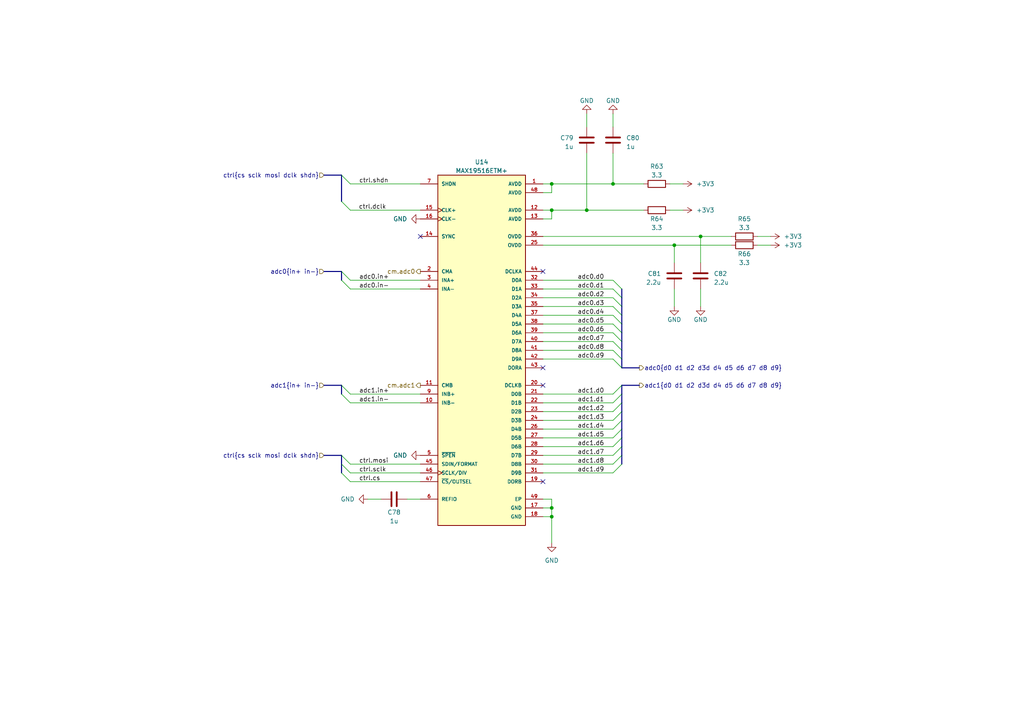
<source format=kicad_sch>
(kicad_sch (version 20221004) (generator eeschema)
  (paper "A4")
  (title_block (title "sin(π)") (date "2022-11-23") (rev "draft 0") (company "Porucha"))
  (lib_symbols
    (symbol "0000:MAX19516ETM+" (pin_names (offset 1.016))
      (property "Reference" "U" (at -12.7 55.88 0))
      (property "Value" "MAX19516ETM+" (at -12.7 53.34 0))
      (symbol "MAX19516ETM+_0_0"
        (rectangle (start -12.7 50.8) (end 12.7 -50.8) (stroke (width 0.254)) (fill (type background)))
        (pin power_in line (at 17.78 48.26 180) (length 5.08) (name "AVDD") (number "1"))
        (pin input line (at -17.78 -15.24 0) (length 5.08) (name "INB-") (number "10"))
        (pin output line (at -17.78 -10.16 0) (length 5.08) (name "CMB") (number "11"))
        (pin power_in line (at 17.78 40.64 180) (length 5.08) (name "AVDD") (number "12"))
        (pin power_in line (at 17.78 38.1 180) (length 5.08) (name "AVDD") (number "13"))
        (pin input line (at -17.78 33.02 0) (length 5.08) (name "SYNC") (number "14"))
        (pin input clock (at -17.78 40.64 0) (length 5.08) (name "CLK+") (number "15"))
        (pin input clock (at -17.78 38.1 0) (length 5.08) (name "CLK-") (number "16"))
        (pin power_in line (at 17.78 -45.72 180) (length 5.08) (name "GND") (number "17"))
        (pin power_in line (at 17.78 -48.26 180) (length 5.08) (name "GND") (number "18"))
        (pin output line (at 17.78 -38.1 180) (length 5.08) (name "DORB") (number "19"))
        (pin output line (at -17.78 22.86 0) (length 5.08) (name "CMA") (number "2"))
        (pin output line (at 17.78 -10.16 180) (length 5.08) (name "DCLKB") (number "20"))
        (pin output line (at 17.78 -12.7 180) (length 5.08) (name "D0B") (number "21"))
        (pin output line (at 17.78 -15.24 180) (length 5.08) (name "D1B") (number "22"))
        (pin output line (at 17.78 -17.78 180) (length 5.08) (name "D2B") (number "23"))
        (pin output line (at 17.78 -20.32 180) (length 5.08) (name "D3B") (number "24"))
        (pin power_in line (at 17.78 30.48 180) (length 5.08) (name "OVDD") (number "25"))
        (pin output line (at 17.78 -22.86 180) (length 5.08) (name "D4B") (number "26"))
        (pin output line (at 17.78 -25.4 180) (length 5.08) (name "D5B") (number "27"))
        (pin output line (at 17.78 -27.94 180) (length 5.08) (name "D6B") (number "28"))
        (pin output line (at 17.78 -30.48 180) (length 5.08) (name "D7B") (number "29"))
        (pin input line (at -17.78 20.32 0) (length 5.08) (name "INA+") (number "3"))
        (pin output line (at 17.78 -33.02 180) (length 5.08) (name "D8B") (number "30"))
        (pin output line (at 17.78 -35.56 180) (length 5.08) (name "D9B") (number "31"))
        (pin output line (at 17.78 20.32 180) (length 5.08) (name "D0A") (number "32"))
        (pin output line (at 17.78 17.78 180) (length 5.08) (name "D1A") (number "33"))
        (pin output line (at 17.78 15.24 180) (length 5.08) (name "D2A") (number "34"))
        (pin output line (at 17.78 12.7 180) (length 5.08) (name "D3A") (number "35"))
        (pin power_in line (at 17.78 33.02 180) (length 5.08) (name "OVDD") (number "36"))
        (pin output line (at 17.78 10.16 180) (length 5.08) (name "D4A") (number "37"))
        (pin output line (at 17.78 7.62 180) (length 5.08) (name "D5A") (number "38"))
        (pin output line (at 17.78 5.08 180) (length 5.08) (name "D6A") (number "39"))
        (pin input line (at -17.78 17.78 0) (length 5.08) (name "INA-") (number "4"))
        (pin output line (at 17.78 2.54 180) (length 5.08) (name "D7A") (number "40"))
        (pin output line (at 17.78 0 180) (length 5.08) (name "D8A") (number "41"))
        (pin output line (at 17.78 -2.54 180) (length 5.08) (name "D9A") (number "42"))
        (pin output line (at 17.78 -5.08 180) (length 5.08) (name "DORA") (number "43"))
        (pin output line (at 17.78 22.86 180) (length 5.08) (name "DCLKA") (number "44"))
        (pin bidirectional line (at -17.78 -33.02 0) (length 5.08) (name "SDIN/FORMAT") (number "45"))
        (pin input clock (at -17.78 -35.56 0) (length 5.08) (name "SCLK/DIV") (number "46"))
        (pin bidirectional line (at -17.78 -38.1 0) (length 5.08) (name "~{CS}/OUTSEL") (number "47"))
        (pin power_in line (at 17.78 45.72 180) (length 5.08) (name "AVDD") (number "48"))
        (pin power_in line (at 17.78 -43.18 180) (length 5.08) (name "EP") (number "49"))
        (pin input line (at -17.78 -30.48 0) (length 5.08) (name "~{SPEN}") (number "5"))
        (pin bidirectional line (at -17.78 -43.18 0) (length 5.08) (name "REFIO") (number "6"))
        (pin input line (at -17.78 48.26 0) (length 5.08) (name "SHDN") (number "7"))
        (pin input line (at -17.78 -12.7 0) (length 5.08) (name "INB+") (number "9"))
      )
    )
    (symbol "Device:C" (pin_numbers hide) (pin_names (offset 0.254))
      (property "Reference" "C" (at 0.635 2.54 0))
      (property "Value" "C" (at 0.635 -2.54 0))
      (symbol "C_0_1"
        (polyline (pts (xy -2.032 -0.762) (xy 2.032 -0.762)) (stroke (width 0.508)))
        (polyline (pts (xy -2.032 0.762) (xy 2.032 0.762)) (stroke (width 0.508)))
      )
      (symbol "C_1_1"
        (pin passive line (at 0 3.81 270) (length 2.794) (name "~") (number "1"))
        (pin passive line (at 0 -3.81 90) (length 2.794) (name "~") (number "2"))
      )
    )
    (symbol "Device:R" (pin_numbers hide) (pin_names (offset 0))
      (property "Reference" "R" (at 2.032 0 90))
      (property "Value" "R" (at 0 0 90))
      (symbol "R_0_1"
        (rectangle (start -1.016 -2.54) (end 1.016 2.54) (stroke (width 0.254)))
      )
      (symbol "R_1_1"
        (pin passive line (at 0 3.81 270) (length 1.27) (name "~") (number "1"))
        (pin passive line (at 0 -3.81 90) (length 1.27) (name "~") (number "2"))
      )
    )
    (symbol "power:+3V3" (power) (pin_names (offset 0))
      (property "Value" "+3V3" (at 0 3.556 0))
      (symbol "+3V3_0_1"
        (polyline (pts (xy -0.762 1.27) (xy 0 2.54)))
        (polyline (pts (xy 0 0) (xy 0 2.54)))
        (polyline (pts (xy 0 2.54) (xy 0.762 1.27)))
      )
      (symbol "+3V3_1_1"
        (pin power_in line (at 0 0 90) (length 0) hide (name "+3V3") (number "1"))
      )
    )
    (symbol "power:GND" (power) (pin_names (offset 0))
      (property "Value" "GND" (at 0 -3.81 0))
      (symbol "GND_0_1"
        (polyline (pts (xy 0 0) (xy 0 -1.27) (xy 1.27 -1.27) (xy 0 -2.54) (xy -1.27 -1.27) (xy 0 -1.27)))
      )
      (symbol "GND_1_1"
        (pin power_in line (at 0 0 270) (length 0) hide (name "GND") (number "1"))
      )
    )
  )
  (junction (at 177.8 53.34))
  (junction (at 160.02 149.86))
  (junction (at 195.58 71.12))
  (junction (at 160.02 53.34))
  (junction (at 170.18 60.96))
  (junction (at 203.2 68.58))
  (junction (at 160.02 147.32))
  (junction (at 160.02 60.96))
  (no_connect (at 157.48 111.76))
  (no_connect (at 121.92 68.58))
  (no_connect (at 157.48 106.68))
  (no_connect (at 157.48 78.74))
  (no_connect (at 157.48 139.7))
  (bus_entry (at 99.06 50.8) (size 2.54 2.54))
  (bus_entry (at 99.06 58.42) (size 2.54 2.54))
  (bus_entry (at 180.34 129.54) (size -2.54 2.54))
  (bus_entry (at 99.06 137.16) (size 2.54 2.54))
  (bus_entry (at 180.34 134.62) (size -2.54 2.54))
  (bus_entry (at 180.34 96.52) (size -2.54 -2.54))
  (bus_entry (at 99.06 134.62) (size 2.54 2.54))
  (bus_entry (at 180.34 93.98) (size -2.54 -2.54))
  (bus_entry (at 99.06 111.76) (size 2.54 2.54))
  (bus_entry (at 180.34 111.76) (size -2.54 2.54))
  (bus_entry (at 180.34 121.92) (size -2.54 2.54))
  (bus_entry (at 180.34 88.9) (size -2.54 -2.54))
  (bus_entry (at 180.34 83.82) (size -2.54 -2.54))
  (bus_entry (at 180.34 86.36) (size -2.54 -2.54))
  (bus_entry (at 180.34 119.38) (size -2.54 2.54))
  (bus_entry (at 180.34 91.44) (size -2.54 -2.54))
  (bus_entry (at 99.06 78.74) (size 2.54 2.54))
  (bus_entry (at 180.34 106.68) (size -2.54 -2.54))
  (bus_entry (at 99.06 114.3) (size 2.54 2.54))
  (bus_entry (at 180.34 99.06) (size -2.54 -2.54))
  (bus_entry (at 99.06 132.08) (size 2.54 2.54))
  (bus_entry (at 180.34 114.3) (size -2.54 2.54))
  (bus_entry (at 180.34 104.14) (size -2.54 -2.54))
  (bus_entry (at 180.34 127) (size -2.54 2.54))
  (bus_entry (at 180.34 132.08) (size -2.54 2.54))
  (bus_entry (at 180.34 101.6) (size -2.54 -2.54))
  (bus_entry (at 99.06 81.28) (size 2.54 2.54))
  (bus_entry (at 180.34 116.84) (size -2.54 2.54))
  (bus_entry (at 180.34 124.46) (size -2.54 2.54))
  (wire (pts (xy 177.8 104.14) (xy 157.48 104.14)))
  (wire (pts (xy 101.6 53.34) (xy 121.92 53.34)))
  (wire (pts (xy 160.02 53.34) (xy 157.48 53.34)))
  (wire (pts (xy 157.48 55.88) (xy 160.02 55.88)))
  (bus (pts (xy 180.34 114.3) (xy 180.34 116.84)))
  (wire (pts (xy 203.2 68.58) (xy 212.09 68.58)))
  (wire (pts (xy 177.8 81.28) (xy 157.48 81.28)))
  (wire (pts (xy 177.8 83.82) (xy 157.48 83.82)))
  (wire (pts (xy 177.8 137.16) (xy 157.48 137.16)))
  (bus (pts (xy 180.34 124.46) (xy 180.34 127)))
  (wire (pts (xy 203.2 68.58) (xy 203.2 76.2)))
  (wire (pts (xy 101.6 114.3) (xy 121.92 114.3)))
  (bus (pts (xy 99.06 132.08) (xy 99.06 134.62)))
  (wire (pts (xy 177.8 33.02) (xy 177.8 36.83)))
  (wire (pts (xy 170.18 33.02) (xy 170.18 36.83)))
  (wire (pts (xy 160.02 53.34) (xy 177.8 53.34)))
  (wire (pts (xy 160.02 55.88) (xy 160.02 53.34)))
  (wire (pts (xy 177.8 101.6) (xy 157.48 101.6)))
  (bus (pts (xy 180.34 104.14) (xy 180.34 101.6)))
  (wire (pts (xy 177.8 124.46) (xy 157.48 124.46)))
  (wire (pts (xy 160.02 144.78) (xy 160.02 147.32)))
  (bus (pts (xy 180.34 116.84) (xy 180.34 119.38)))
  (wire (pts (xy 177.8 114.3) (xy 157.48 114.3)))
  (bus (pts (xy 180.34 111.76) (xy 185.42 111.76)))
  (wire (pts (xy 223.52 68.58) (xy 219.71 68.58)))
  (bus (pts (xy 180.34 127) (xy 180.34 129.54)))
  (bus (pts (xy 180.34 96.52) (xy 180.34 93.98)))
  (wire (pts (xy 177.8 91.44) (xy 157.48 91.44)))
  (bus (pts (xy 99.06 78.74) (xy 93.98 78.74)))
  (wire (pts (xy 177.8 121.92) (xy 157.48 121.92)))
  (wire (pts (xy 177.8 127) (xy 157.48 127)))
  (bus (pts (xy 180.34 106.68) (xy 180.34 104.14)))
  (wire (pts (xy 101.6 137.16) (xy 121.92 137.16)))
  (wire (pts (xy 170.18 60.96) (xy 186.69 60.96)))
  (bus (pts (xy 99.06 111.76) (xy 99.06 114.3)))
  (wire (pts (xy 177.8 132.08) (xy 157.48 132.08)))
  (wire (pts (xy 198.12 60.96) (xy 194.31 60.96)))
  (bus (pts (xy 180.34 86.36) (xy 180.34 83.82)))
  (wire (pts (xy 157.48 68.58) (xy 203.2 68.58)))
  (bus (pts (xy 180.34 119.38) (xy 180.34 121.92)))
  (wire (pts (xy 101.6 81.28) (xy 121.92 81.28)))
  (wire (pts (xy 118.11 144.78) (xy 121.92 144.78)))
  (bus (pts (xy 99.06 111.76) (xy 93.98 111.76)))
  (wire (pts (xy 177.8 99.06) (xy 157.48 99.06)))
  (wire (pts (xy 177.8 119.38) (xy 157.48 119.38)))
  (wire (pts (xy 101.6 60.96) (xy 121.92 60.96)))
  (wire (pts (xy 177.8 44.45) (xy 177.8 53.34)))
  (wire (pts (xy 177.8 88.9) (xy 157.48 88.9)))
  (bus (pts (xy 180.34 88.9) (xy 180.34 86.36)))
  (bus (pts (xy 99.06 134.62) (xy 99.06 137.16)))
  (wire (pts (xy 177.8 129.54) (xy 157.48 129.54)))
  (wire (pts (xy 170.18 44.45) (xy 170.18 60.96)))
  (wire (pts (xy 160.02 60.96) (xy 170.18 60.96)))
  (wire (pts (xy 160.02 147.32) (xy 160.02 149.86)))
  (bus (pts (xy 180.34 129.54) (xy 180.34 132.08)))
  (bus (pts (xy 180.34 111.76) (xy 180.34 114.3)))
  (wire (pts (xy 195.58 88.9) (xy 195.58 83.82)))
  (wire (pts (xy 157.48 71.12) (xy 195.58 71.12)))
  (wire (pts (xy 160.02 149.86) (xy 157.48 149.86)))
  (bus (pts (xy 93.98 132.08) (xy 99.06 132.08)))
  (wire (pts (xy 195.58 71.12) (xy 195.58 76.2)))
  (wire (pts (xy 195.58 71.12) (xy 212.09 71.12)))
  (wire (pts (xy 203.2 88.9) (xy 203.2 83.82)))
  (wire (pts (xy 177.8 86.36) (xy 157.48 86.36)))
  (wire (pts (xy 101.6 134.62) (xy 121.92 134.62)))
  (wire (pts (xy 160.02 63.5) (xy 160.02 60.96)))
  (wire (pts (xy 177.8 96.52) (xy 157.48 96.52)))
  (wire (pts (xy 160.02 147.32) (xy 157.48 147.32)))
  (wire (pts (xy 198.12 53.34) (xy 194.31 53.34)))
  (bus (pts (xy 180.34 91.44) (xy 180.34 88.9)))
  (bus (pts (xy 99.06 78.74) (xy 99.06 81.28)))
  (wire (pts (xy 101.6 83.82) (xy 121.92 83.82)))
  (wire (pts (xy 177.8 93.98) (xy 157.48 93.98)))
  (bus (pts (xy 180.34 106.68) (xy 185.42 106.68)))
  (bus (pts (xy 180.34 93.98) (xy 180.34 91.44)))
  (wire (pts (xy 101.6 116.84) (xy 121.92 116.84)))
  (wire (pts (xy 177.8 116.84) (xy 157.48 116.84)))
  (bus (pts (xy 180.34 132.08) (xy 180.34 134.62)))
  (wire (pts (xy 101.6 139.7) (xy 121.92 139.7)))
  (bus (pts (xy 180.34 121.92) (xy 180.34 124.46)))
  (bus (pts (xy 93.98 50.8) (xy 99.06 50.8)))
  (bus (pts (xy 180.34 101.6) (xy 180.34 99.06)))
  (bus (pts (xy 99.06 50.8) (xy 99.06 58.42)))
  (bus (pts (xy 180.34 99.06) (xy 180.34 96.52)))
  (wire (pts (xy 223.52 71.12) (xy 219.71 71.12)))
  (wire (pts (xy 157.48 63.5) (xy 160.02 63.5)))
  (wire (pts (xy 160.02 149.86) (xy 160.02 157.48)))
  (wire (pts (xy 177.8 134.62) (xy 157.48 134.62)))
  (wire (pts (xy 106.68 144.78) (xy 110.49 144.78)))
  (wire (pts (xy 157.48 144.78) (xy 160.02 144.78)))
  (wire (pts (xy 160.02 60.96) (xy 157.48 60.96)))
  (wire (pts (xy 177.8 53.34) (xy 186.69 53.34)))
  (label "adc0.d3" (at 175.26 88.9 180))
  (label "adc1.d4" (at 175.26 124.46 180))
  (label "ctrl.mosi" (at 104.14 134.62 0))
  (label "adc1.d1" (at 175.26 116.84 180))
  (label "ctrl.dclk" (at 104.0337 60.96 0))
  (label "adc1.d7" (at 175.26 132.08 180))
  (label "adc1.d5" (at 175.26 127 180))
  (label "adc1.in-" (at 104.14 116.84 0))
  (label "ctrl.cs" (at 104.14 139.7 0))
  (label "ctrl.shdn" (at 104.14 53.34 0))
  (label "ctrl.sclk" (at 104.1547 137.16 0))
  (label "adc1.d3" (at 175.26 121.92 180))
  (label "adc0.in-" (at 104.14 83.82 0))
  (label "adc1.d6" (at 175.26 129.54 180))
  (label "adc1.d9" (at 175.26 137.16 180))
  (label "adc0.d9" (at 175.26 104.14 180))
  (label "adc0.in+" (at 104.14 81.28 0))
  (label "adc0.d7" (at 175.26 99.06 180))
  (label "adc1.d2" (at 175.26 119.38 180))
  (label "adc0.d4" (at 175.26 91.44 180))
  (label "adc1.d8" (at 175.26 134.62 180))
  (label "adc0.d8" (at 175.26 101.6 180))
  (label "adc0.d2" (at 175.26 86.36 180))
  (label "adc1.in+" (at 104.14 114.3 0))
  (label "adc0.d0" (at 175.26 81.28 180))
  (label "adc0.d5" (at 175.26 93.98 180))
  (label "adc1.d0" (at 175.26 114.3 180))
  (label "adc0.d1" (at 175.26 83.82 180))
  (label "adc0.d6" (at 175.26 96.52 180))
  (hierarchical_label "ctrl{cs sclk mosi dclk shdn}" (shape input) (at 93.98 132.08 180))
  (hierarchical_label "adc1{in+ in-}" (shape input) (at 93.98 111.76 180))
  (hierarchical_label "cm.adc1" (shape output) (at 121.92 111.76 180))
  (hierarchical_label "cm.adc0" (shape output) (at 121.92 78.74 180))
  (hierarchical_label "adc0{d0 d1 d2 d3d d4 d5 d6 d7 d8 d9}" (shape output) (at 185.42 106.68 0))
  (hierarchical_label "adc1{d0 d1 d2 d3d d4 d5 d6 d7 d8 d9}" (shape output) (at 185.42 111.76 0))
  (hierarchical_label "ctrl{cs sclk mosi dclk shdn}" (shape input) (at 93.98 50.8 180))
  (hierarchical_label "adc0{in+ in-}" (shape input) (at 93.98 78.74 180))
  (symbol (lib_id "Device:R") (at 215.9 71.12 90) (mirror x) (unit 1)
    (property "Reference" "R66" (at 215.9 73.66 90))
    (property "Value" "3.3" (at 215.9 76.2 90))
  )
  (symbol (lib_id "Device:C") (at 177.8 40.64 0) (unit 1)
    (property "Reference" "C80" (at 181.61 40.005 0) (effects (justify left)))
    (property "Value" "1u" (at 181.61 42.545 0) (effects (justify left)))
  )
  (symbol (lib_id "Device:R") (at 215.9 68.58 90) (unit 1)
    (property "Reference" "R65" (at 215.9 63.5 90))
    (property "Value" "3.3" (at 215.9 66.04 90))
  )
  (symbol (lib_id "Device:C") (at 203.2 80.01 0) (unit 1)
    (property "Reference" "C82" (at 207.01 79.375 0) (effects (justify left)))
    (property "Value" "2.2u" (at 207.01 81.915 0) (effects (justify left)))
  )
  (symbol (lib_id "power:GND") (at 170.18 33.02 180) (unit 1)
    (property "Reference" "#PWR0142" (effects hide))
    (property "Value" "GND" (at 170.18 29.21 0))
  )
  (symbol (lib_id "power:+3V3") (at 198.12 53.34 270) (unit 1)
    (property "Reference" "#PWR0145" (effects hide))
    (property "Value" "+3V3" (at 201.93 53.34 90) (effects (justify left)))
  )
  (symbol (lib_id "Device:R") (at 190.5 53.34 90) (unit 1)
    (property "Reference" "R63" (at 190.5 48.26 90))
    (property "Value" "3.3" (at 190.5 50.8 90))
  )
  (symbol (lib_id "0000:MAX19516ETM+") (at 139.7 101.6 0) (unit 1)
    (property "Reference" "U14" (at 139.7 46.99 0))
    (property "Value" "MAX19516ETM+" (at 139.7 49.53 0))
    (property "Footprint" "0000:QFN50P700X700X80-49N" (effects hide))
  )
  (symbol (lib_id "Device:C") (at 170.18 40.64 0) (mirror y) (unit 1)
    (property "Reference" "C79" (at 166.37 40.005 0) (effects (justify left)))
    (property "Value" "1u" (at 166.37 42.545 0) (effects (justify left)))
  )
  (symbol (lib_id "Device:R") (at 190.5 60.96 90) (mirror x) (unit 1)
    (property "Reference" "R64" (at 190.5 63.5 90))
    (property "Value" "3.3" (at 190.5 66.04 90))
  )
  (symbol (lib_id "power:GND") (at 195.58 88.9 0) (mirror y) (unit 1)
    (property "Reference" "#PWR0144" (effects hide))
    (property "Value" "GND" (at 195.58 92.71 0))
  )
  (symbol (lib_id "power:GND") (at 177.8 33.02 180) (unit 1)
    (property "Reference" "#PWR0143" (effects hide))
    (property "Value" "GND" (at 177.8 29.21 0))
  )
  (symbol (lib_id "power:GND") (at 203.2 88.9 0) (mirror y) (unit 1)
    (property "Reference" "#PWR0147" (effects hide))
    (property "Value" "GND" (at 203.2 92.71 0))
  )
  (symbol (lib_id "power:+3V3") (at 198.12 60.96 270) (unit 1)
    (property "Reference" "#PWR0146" (effects hide))
    (property "Value" "+3V3" (at 201.93 60.96 90) (effects (justify left)))
  )
  (symbol (lib_id "power:GND") (at 121.92 63.5 270) (unit 1)
    (property "Reference" "#PWR0139" (effects hide))
    (property "Value" "GND" (at 118.11 63.5 90) (effects (justify right)))
  )
  (symbol (lib_id "power:GND") (at 160.02 157.48 0) (unit 1)
    (property "Reference" "#PWR0141" (effects hide))
    (property "Value" "GND" (at 160.02 162.56 0))
  )
  (symbol (lib_id "Device:C") (at 114.3 144.78 90) (mirror x) (unit 1)
    (property "Reference" "C78" (at 114.3 148.59 90))
    (property "Value" "1u" (at 114.3 151.13 90))
  )
  (symbol (lib_id "power:+3V3") (at 223.52 71.12 270) (unit 1)
    (property "Reference" "#PWR0149" (effects hide))
    (property "Value" "+3V3" (at 227.33 71.12 90) (effects (justify left)))
  )
  (symbol (lib_id "power:+3V3") (at 223.52 68.58 270) (unit 1)
    (property "Reference" "#PWR0148" (effects hide))
    (property "Value" "+3V3" (at 227.33 68.58 90) (effects (justify left)))
  )
  (symbol (lib_id "Device:C") (at 195.58 80.01 0) (mirror y) (unit 1)
    (property "Reference" "C81" (at 191.77 79.375 0) (effects (justify left)))
    (property "Value" "2.2u" (at 191.77 81.915 0) (effects (justify left)))
  )
  (symbol (lib_id "power:GND") (at 106.68 144.78 270) (unit 1)
    (property "Reference" "#PWR0138" (effects hide))
    (property "Value" "GND" (at 102.87 144.78 90) (effects (justify right)))
  )
  (symbol (lib_id "power:GND") (at 121.92 132.08 270) (unit 1)
    (property "Reference" "#PWR0140" (effects hide))
    (property "Value" "GND" (at 118.11 132.08 90) (effects (justify right)))
  )
)
</source>
